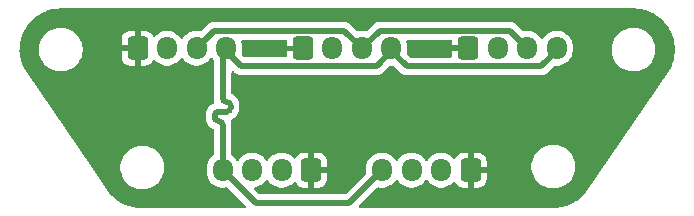
<source format=gbl>
G04 #@! TF.GenerationSoftware,KiCad,Pcbnew,8.0.2*
G04 #@! TF.CreationDate,2024-12-10T14:18:39-07:00*
G04 #@! TF.ProjectId,cansplitterV3,63616e73-706c-4697-9474-657256332e6b,rev?*
G04 #@! TF.SameCoordinates,Original*
G04 #@! TF.FileFunction,Copper,L4,Bot*
G04 #@! TF.FilePolarity,Positive*
%FSLAX46Y46*%
G04 Gerber Fmt 4.6, Leading zero omitted, Abs format (unit mm)*
G04 Created by KiCad (PCBNEW 8.0.2) date 2024-12-10 14:18:39*
%MOMM*%
%LPD*%
G01*
G04 APERTURE LIST*
G04 Aperture macros list*
%AMRoundRect*
0 Rectangle with rounded corners*
0 $1 Rounding radius*
0 $2 $3 $4 $5 $6 $7 $8 $9 X,Y pos of 4 corners*
0 Add a 4 corners polygon primitive as box body*
4,1,4,$2,$3,$4,$5,$6,$7,$8,$9,$2,$3,0*
0 Add four circle primitives for the rounded corners*
1,1,$1+$1,$2,$3*
1,1,$1+$1,$4,$5*
1,1,$1+$1,$6,$7*
1,1,$1+$1,$8,$9*
0 Add four rect primitives between the rounded corners*
20,1,$1+$1,$2,$3,$4,$5,0*
20,1,$1+$1,$4,$5,$6,$7,0*
20,1,$1+$1,$6,$7,$8,$9,0*
20,1,$1+$1,$8,$9,$2,$3,0*%
G04 Aperture macros list end*
G04 #@! TA.AperFunction,ComponentPad*
%ADD10RoundRect,0.250000X-0.600000X-0.725000X0.600000X-0.725000X0.600000X0.725000X-0.600000X0.725000X0*%
G04 #@! TD*
G04 #@! TA.AperFunction,ComponentPad*
%ADD11O,1.700000X1.950000*%
G04 #@! TD*
G04 #@! TA.AperFunction,ComponentPad*
%ADD12RoundRect,0.250000X0.600000X0.725000X-0.600000X0.725000X-0.600000X-0.725000X0.600000X-0.725000X0*%
G04 #@! TD*
G04 #@! TA.AperFunction,Conductor*
%ADD13C,0.500000*%
G04 #@! TD*
G04 APERTURE END LIST*
D10*
X108000000Y-43875000D03*
D11*
X110500000Y-43875000D03*
X113000000Y-43875000D03*
X115500000Y-43875000D03*
D10*
X80000000Y-43875000D03*
D11*
X82500000Y-43875000D03*
X85000000Y-43875000D03*
X87500000Y-43875000D03*
D12*
X108200000Y-54200000D03*
D11*
X105700000Y-54200000D03*
X103200000Y-54200000D03*
X100700000Y-54200000D03*
D10*
X94000000Y-43900000D03*
D11*
X96500000Y-43900000D03*
X99000000Y-43900000D03*
X101500000Y-43900000D03*
D12*
X94700000Y-54200000D03*
D11*
X92200000Y-54200000D03*
X89700000Y-54200000D03*
X87200000Y-54200000D03*
D13*
X111525000Y-42400000D02*
X113000000Y-43875000D01*
X97500000Y-42400000D02*
X99000000Y-43900000D01*
X85000000Y-43875000D02*
X86475000Y-42400000D01*
X99000000Y-43900000D02*
X100500000Y-42400000D01*
X100500000Y-42400000D02*
X111525000Y-42400000D01*
X86475000Y-42400000D02*
X97500000Y-42400000D01*
X100250000Y-45400000D02*
X101500000Y-44150000D01*
X87500000Y-44125000D02*
X88775000Y-45400000D01*
X87200000Y-44175000D02*
X87200000Y-48103473D01*
X86844000Y-50047473D02*
X86876000Y-50047473D01*
X87200000Y-54200000D02*
X90000000Y-57000000D01*
X87880000Y-48751473D02*
X87880000Y-48913473D01*
X87200000Y-50533473D02*
X87200000Y-51500000D01*
X88775000Y-45400000D02*
X100250000Y-45400000D01*
X87524000Y-48427473D02*
X87556000Y-48427473D01*
X87500000Y-43875000D02*
X87200000Y-44175000D01*
X87200000Y-51500000D02*
X87200000Y-54200000D01*
X114200000Y-45425000D02*
X115500000Y-44125000D01*
X87200000Y-50371473D02*
X87200000Y-50533473D01*
X97900000Y-57000000D02*
X100700000Y-54200000D01*
X101500000Y-44150000D02*
X102775000Y-45425000D01*
X90000000Y-57000000D02*
X97900000Y-57000000D01*
X86520000Y-49561473D02*
X86520000Y-49723473D01*
X87524000Y-49237473D02*
X86844000Y-49237473D01*
X102775000Y-45425000D02*
X114200000Y-45425000D01*
X87556000Y-49237473D02*
X87524000Y-49237473D01*
X87880000Y-48913473D02*
G75*
G02*
X87556000Y-49237500I-324000J-27D01*
G01*
X86876000Y-50047473D02*
G75*
G02*
X87200027Y-50371473I0J-324027D01*
G01*
X87556000Y-48427473D02*
G75*
G02*
X87880027Y-48751473I0J-324027D01*
G01*
X86844000Y-49237473D02*
G75*
G03*
X86519973Y-49561473I0J-324027D01*
G01*
X86520000Y-49723473D02*
G75*
G03*
X86844000Y-50047500I324000J-27D01*
G01*
X87200000Y-48103473D02*
G75*
G03*
X87524000Y-48427500I324000J-27D01*
G01*
G04 #@! TA.AperFunction,Conductor*
G36*
X122003141Y-40500659D02*
G01*
X122347087Y-40518068D01*
X122359552Y-40519332D01*
X122696907Y-40570912D01*
X122709186Y-40573431D01*
X122888023Y-40619642D01*
X123039597Y-40658809D01*
X123051552Y-40662551D01*
X123371673Y-40780863D01*
X123383183Y-40785793D01*
X123528866Y-40857096D01*
X123689697Y-40935814D01*
X123700664Y-40941887D01*
X123787341Y-40995784D01*
X123990474Y-41122096D01*
X124000764Y-41129240D01*
X124270893Y-41337790D01*
X124280408Y-41345935D01*
X124528110Y-41580706D01*
X124536748Y-41589766D01*
X124613043Y-41678342D01*
X124759467Y-41848337D01*
X124767157Y-41858236D01*
X124962628Y-42137971D01*
X124969279Y-42148596D01*
X125022458Y-42243946D01*
X125135506Y-42446642D01*
X125141051Y-42457886D01*
X125276329Y-42771183D01*
X125280711Y-42782930D01*
X125383663Y-43108292D01*
X125386836Y-43120420D01*
X125456409Y-43454516D01*
X125458341Y-43466903D01*
X125493823Y-43806318D01*
X125494494Y-43818837D01*
X125495524Y-44160091D01*
X125494928Y-44172614D01*
X125461493Y-44512230D01*
X125459636Y-44524629D01*
X125392078Y-44859139D01*
X125388978Y-44871286D01*
X125287988Y-45197267D01*
X125283681Y-45209032D01*
X125211838Y-45378216D01*
X125150296Y-45523140D01*
X125144818Y-45534418D01*
X124983258Y-45828245D01*
X124976778Y-45838754D01*
X117929811Y-56087930D01*
X117920486Y-56099860D01*
X117705923Y-56342278D01*
X117697295Y-56351101D01*
X117450746Y-56579277D01*
X117441282Y-56587198D01*
X117173293Y-56789721D01*
X117163090Y-56796662D01*
X116876291Y-56971551D01*
X116865448Y-56977444D01*
X116562680Y-57122961D01*
X116551306Y-57127746D01*
X116235586Y-57242445D01*
X116223791Y-57246077D01*
X115898223Y-57328828D01*
X115886127Y-57331269D01*
X115553943Y-57381250D01*
X115541663Y-57382476D01*
X115203065Y-57399346D01*
X115196895Y-57399500D01*
X98861230Y-57399500D01*
X98794191Y-57379815D01*
X98748436Y-57327011D01*
X98738492Y-57257853D01*
X98767517Y-57194297D01*
X98773549Y-57187819D01*
X99106705Y-56854663D01*
X100283284Y-55678082D01*
X100344605Y-55644599D01*
X100390361Y-55643292D01*
X100593713Y-55675500D01*
X100593714Y-55675500D01*
X100806286Y-55675500D01*
X100806287Y-55675500D01*
X101016243Y-55642246D01*
X101218412Y-55576557D01*
X101407816Y-55480051D01*
X101460283Y-55441932D01*
X101579786Y-55355109D01*
X101579788Y-55355106D01*
X101579792Y-55355104D01*
X101730104Y-55204792D01*
X101849683Y-55040204D01*
X101905011Y-54997540D01*
X101974624Y-54991561D01*
X102036420Y-55024166D01*
X102050313Y-55040199D01*
X102153661Y-55182446D01*
X102169896Y-55204792D01*
X102320213Y-55355109D01*
X102492179Y-55480048D01*
X102492181Y-55480049D01*
X102492184Y-55480051D01*
X102681588Y-55576557D01*
X102883757Y-55642246D01*
X103093713Y-55675500D01*
X103093714Y-55675500D01*
X103306286Y-55675500D01*
X103306287Y-55675500D01*
X103516243Y-55642246D01*
X103718412Y-55576557D01*
X103907816Y-55480051D01*
X103960283Y-55441932D01*
X104079786Y-55355109D01*
X104079788Y-55355106D01*
X104079792Y-55355104D01*
X104230104Y-55204792D01*
X104349683Y-55040204D01*
X104405011Y-54997540D01*
X104474624Y-54991561D01*
X104536420Y-55024166D01*
X104550313Y-55040199D01*
X104653661Y-55182446D01*
X104669896Y-55204792D01*
X104820213Y-55355109D01*
X104992179Y-55480048D01*
X104992181Y-55480049D01*
X104992184Y-55480051D01*
X105181588Y-55576557D01*
X105383757Y-55642246D01*
X105593713Y-55675500D01*
X105593714Y-55675500D01*
X105806286Y-55675500D01*
X105806287Y-55675500D01*
X106016243Y-55642246D01*
X106218412Y-55576557D01*
X106407816Y-55480051D01*
X106465141Y-55438402D01*
X106579784Y-55355110D01*
X106579784Y-55355109D01*
X106579792Y-55355104D01*
X106718967Y-55215928D01*
X106780286Y-55182446D01*
X106849978Y-55187430D01*
X106905912Y-55229301D01*
X106912184Y-55238515D01*
X107007684Y-55393345D01*
X107131654Y-55517315D01*
X107280875Y-55609356D01*
X107280880Y-55609358D01*
X107447302Y-55664505D01*
X107447309Y-55664506D01*
X107550019Y-55674999D01*
X107949999Y-55674999D01*
X107950000Y-55674998D01*
X107950000Y-54604145D01*
X108016657Y-54642630D01*
X108137465Y-54675000D01*
X108262535Y-54675000D01*
X108383343Y-54642630D01*
X108450000Y-54604145D01*
X108450000Y-55674999D01*
X108849972Y-55674999D01*
X108849986Y-55674998D01*
X108952697Y-55664505D01*
X109119119Y-55609358D01*
X109119124Y-55609356D01*
X109268345Y-55517315D01*
X109392315Y-55393345D01*
X109484356Y-55244124D01*
X109484358Y-55244119D01*
X109539505Y-55077697D01*
X109539506Y-55077690D01*
X109549999Y-54974986D01*
X109550000Y-54974973D01*
X109550000Y-54450000D01*
X108604146Y-54450000D01*
X108642630Y-54383343D01*
X108675000Y-54262535D01*
X108675000Y-54137465D01*
X108642630Y-54016657D01*
X108604146Y-53950000D01*
X109549999Y-53950000D01*
X109549999Y-53778711D01*
X113349500Y-53778711D01*
X113349500Y-54021288D01*
X113381161Y-54261785D01*
X113443947Y-54496104D01*
X113536773Y-54720205D01*
X113536776Y-54720212D01*
X113658064Y-54930289D01*
X113658066Y-54930292D01*
X113658067Y-54930293D01*
X113805733Y-55122736D01*
X113805739Y-55122743D01*
X113977256Y-55294260D01*
X113977262Y-55294265D01*
X114169711Y-55441936D01*
X114379788Y-55563224D01*
X114603900Y-55656054D01*
X114838211Y-55718838D01*
X115018586Y-55742584D01*
X115078711Y-55750500D01*
X115078712Y-55750500D01*
X115321289Y-55750500D01*
X115369388Y-55744167D01*
X115561789Y-55718838D01*
X115796100Y-55656054D01*
X116020212Y-55563224D01*
X116230289Y-55441936D01*
X116422738Y-55294265D01*
X116594265Y-55122738D01*
X116741936Y-54930289D01*
X116863224Y-54720212D01*
X116956054Y-54496100D01*
X117018838Y-54261789D01*
X117050500Y-54021288D01*
X117050500Y-53778712D01*
X117018838Y-53538211D01*
X116956054Y-53303900D01*
X116863224Y-53079788D01*
X116741936Y-52869711D01*
X116594265Y-52677262D01*
X116594260Y-52677256D01*
X116422743Y-52505739D01*
X116422736Y-52505733D01*
X116230293Y-52358067D01*
X116230292Y-52358066D01*
X116230289Y-52358064D01*
X116020212Y-52236776D01*
X115977169Y-52218947D01*
X115796104Y-52143947D01*
X115561785Y-52081161D01*
X115321289Y-52049500D01*
X115321288Y-52049500D01*
X115078712Y-52049500D01*
X115078711Y-52049500D01*
X114838214Y-52081161D01*
X114603895Y-52143947D01*
X114379794Y-52236773D01*
X114379785Y-52236777D01*
X114169706Y-52358067D01*
X113977263Y-52505733D01*
X113977256Y-52505739D01*
X113805739Y-52677256D01*
X113805733Y-52677263D01*
X113658067Y-52869706D01*
X113536777Y-53079785D01*
X113536773Y-53079794D01*
X113443947Y-53303895D01*
X113381161Y-53538214D01*
X113349500Y-53778711D01*
X109549999Y-53778711D01*
X109549999Y-53425028D01*
X109549998Y-53425013D01*
X109539505Y-53322302D01*
X109484358Y-53155880D01*
X109484356Y-53155875D01*
X109392315Y-53006654D01*
X109268345Y-52882684D01*
X109119124Y-52790643D01*
X109119119Y-52790641D01*
X108952697Y-52735494D01*
X108952690Y-52735493D01*
X108849986Y-52725000D01*
X108450000Y-52725000D01*
X108450000Y-53795854D01*
X108383343Y-53757370D01*
X108262535Y-53725000D01*
X108137465Y-53725000D01*
X108016657Y-53757370D01*
X107950000Y-53795854D01*
X107950000Y-52725000D01*
X107550028Y-52725000D01*
X107550012Y-52725001D01*
X107447302Y-52735494D01*
X107280880Y-52790641D01*
X107280875Y-52790643D01*
X107131654Y-52882684D01*
X107007683Y-53006655D01*
X107007680Y-53006659D01*
X106912183Y-53161484D01*
X106860235Y-53208209D01*
X106791273Y-53219430D01*
X106727191Y-53191587D01*
X106718964Y-53184068D01*
X106579786Y-53044890D01*
X106407820Y-52919951D01*
X106218414Y-52823444D01*
X106218413Y-52823443D01*
X106218412Y-52823443D01*
X106016243Y-52757754D01*
X106016241Y-52757753D01*
X106016240Y-52757753D01*
X105854957Y-52732208D01*
X105806287Y-52724500D01*
X105593713Y-52724500D01*
X105545042Y-52732208D01*
X105383760Y-52757753D01*
X105181585Y-52823444D01*
X104992179Y-52919951D01*
X104820213Y-53044890D01*
X104669894Y-53195209D01*
X104669890Y-53195214D01*
X104550318Y-53359793D01*
X104494989Y-53402459D01*
X104425375Y-53408438D01*
X104363580Y-53375833D01*
X104349682Y-53359793D01*
X104230109Y-53195214D01*
X104230105Y-53195209D01*
X104079786Y-53044890D01*
X103907820Y-52919951D01*
X103718414Y-52823444D01*
X103718413Y-52823443D01*
X103718412Y-52823443D01*
X103516243Y-52757754D01*
X103516241Y-52757753D01*
X103516240Y-52757753D01*
X103354957Y-52732208D01*
X103306287Y-52724500D01*
X103093713Y-52724500D01*
X103045042Y-52732208D01*
X102883760Y-52757753D01*
X102681585Y-52823444D01*
X102492179Y-52919951D01*
X102320213Y-53044890D01*
X102169894Y-53195209D01*
X102169890Y-53195214D01*
X102050318Y-53359793D01*
X101994989Y-53402459D01*
X101925375Y-53408438D01*
X101863580Y-53375833D01*
X101849682Y-53359793D01*
X101730109Y-53195214D01*
X101730105Y-53195209D01*
X101579786Y-53044890D01*
X101407820Y-52919951D01*
X101218414Y-52823444D01*
X101218413Y-52823443D01*
X101218412Y-52823443D01*
X101016243Y-52757754D01*
X101016241Y-52757753D01*
X101016240Y-52757753D01*
X100854957Y-52732208D01*
X100806287Y-52724500D01*
X100593713Y-52724500D01*
X100545042Y-52732208D01*
X100383760Y-52757753D01*
X100181585Y-52823444D01*
X99992179Y-52919951D01*
X99820213Y-53044890D01*
X99669890Y-53195213D01*
X99544951Y-53367179D01*
X99448444Y-53556585D01*
X99382753Y-53758760D01*
X99349500Y-53968713D01*
X99349500Y-54436159D01*
X99347512Y-54436159D01*
X99334854Y-54496330D01*
X99313298Y-54525332D01*
X97625451Y-56213181D01*
X97564128Y-56246666D01*
X97537770Y-56249500D01*
X90362230Y-56249500D01*
X90295191Y-56229815D01*
X90274549Y-56213181D01*
X89918443Y-55857075D01*
X89884958Y-55795752D01*
X89889942Y-55726060D01*
X89931814Y-55670127D01*
X89986727Y-55646921D01*
X90016238Y-55642247D01*
X90016238Y-55642246D01*
X90016243Y-55642246D01*
X90218412Y-55576557D01*
X90407816Y-55480051D01*
X90460283Y-55441932D01*
X90579786Y-55355109D01*
X90579788Y-55355106D01*
X90579792Y-55355104D01*
X90730104Y-55204792D01*
X90849683Y-55040204D01*
X90905011Y-54997540D01*
X90974624Y-54991561D01*
X91036420Y-55024166D01*
X91050313Y-55040199D01*
X91153661Y-55182446D01*
X91169896Y-55204792D01*
X91320213Y-55355109D01*
X91492179Y-55480048D01*
X91492181Y-55480049D01*
X91492184Y-55480051D01*
X91681588Y-55576557D01*
X91883757Y-55642246D01*
X92093713Y-55675500D01*
X92093714Y-55675500D01*
X92306286Y-55675500D01*
X92306287Y-55675500D01*
X92516243Y-55642246D01*
X92718412Y-55576557D01*
X92907816Y-55480051D01*
X92965141Y-55438402D01*
X93079784Y-55355110D01*
X93079784Y-55355109D01*
X93079792Y-55355104D01*
X93218967Y-55215928D01*
X93280286Y-55182446D01*
X93349978Y-55187430D01*
X93405912Y-55229301D01*
X93412184Y-55238515D01*
X93507684Y-55393345D01*
X93631654Y-55517315D01*
X93780875Y-55609356D01*
X93780880Y-55609358D01*
X93947302Y-55664505D01*
X93947309Y-55664506D01*
X94050019Y-55674999D01*
X94449999Y-55674999D01*
X94450000Y-55674998D01*
X94450000Y-54604145D01*
X94516657Y-54642630D01*
X94637465Y-54675000D01*
X94762535Y-54675000D01*
X94883343Y-54642630D01*
X94950000Y-54604145D01*
X94950000Y-55674999D01*
X95349972Y-55674999D01*
X95349986Y-55674998D01*
X95452697Y-55664505D01*
X95619119Y-55609358D01*
X95619124Y-55609356D01*
X95768345Y-55517315D01*
X95892315Y-55393345D01*
X95984356Y-55244124D01*
X95984358Y-55244119D01*
X96039505Y-55077697D01*
X96039506Y-55077690D01*
X96049999Y-54974986D01*
X96050000Y-54974973D01*
X96050000Y-54450000D01*
X95104146Y-54450000D01*
X95142630Y-54383343D01*
X95175000Y-54262535D01*
X95175000Y-54137465D01*
X95142630Y-54016657D01*
X95104146Y-53950000D01*
X96049999Y-53950000D01*
X96049999Y-53425028D01*
X96049998Y-53425013D01*
X96039505Y-53322302D01*
X95984358Y-53155880D01*
X95984356Y-53155875D01*
X95892315Y-53006654D01*
X95768345Y-52882684D01*
X95619124Y-52790643D01*
X95619119Y-52790641D01*
X95452697Y-52735494D01*
X95452690Y-52735493D01*
X95349986Y-52725000D01*
X94950000Y-52725000D01*
X94950000Y-53795854D01*
X94883343Y-53757370D01*
X94762535Y-53725000D01*
X94637465Y-53725000D01*
X94516657Y-53757370D01*
X94450000Y-53795854D01*
X94450000Y-52725000D01*
X94050028Y-52725000D01*
X94050012Y-52725001D01*
X93947302Y-52735494D01*
X93780880Y-52790641D01*
X93780875Y-52790643D01*
X93631654Y-52882684D01*
X93507683Y-53006655D01*
X93507680Y-53006659D01*
X93412183Y-53161484D01*
X93360235Y-53208209D01*
X93291273Y-53219430D01*
X93227191Y-53191587D01*
X93218964Y-53184068D01*
X93079786Y-53044890D01*
X92907820Y-52919951D01*
X92718414Y-52823444D01*
X92718413Y-52823443D01*
X92718412Y-52823443D01*
X92516243Y-52757754D01*
X92516241Y-52757753D01*
X92516240Y-52757753D01*
X92354957Y-52732208D01*
X92306287Y-52724500D01*
X92093713Y-52724500D01*
X92045042Y-52732208D01*
X91883760Y-52757753D01*
X91681585Y-52823444D01*
X91492179Y-52919951D01*
X91320213Y-53044890D01*
X91169894Y-53195209D01*
X91169890Y-53195214D01*
X91050318Y-53359793D01*
X90994989Y-53402459D01*
X90925375Y-53408438D01*
X90863580Y-53375833D01*
X90849682Y-53359793D01*
X90730109Y-53195214D01*
X90730105Y-53195209D01*
X90579786Y-53044890D01*
X90407820Y-52919951D01*
X90218414Y-52823444D01*
X90218413Y-52823443D01*
X90218412Y-52823443D01*
X90016243Y-52757754D01*
X90016241Y-52757753D01*
X90016240Y-52757753D01*
X89854957Y-52732208D01*
X89806287Y-52724500D01*
X89593713Y-52724500D01*
X89545042Y-52732208D01*
X89383760Y-52757753D01*
X89181585Y-52823444D01*
X88992179Y-52919951D01*
X88820213Y-53044890D01*
X88669894Y-53195209D01*
X88669890Y-53195214D01*
X88550318Y-53359793D01*
X88494989Y-53402459D01*
X88425375Y-53408438D01*
X88363580Y-53375833D01*
X88349682Y-53359793D01*
X88230109Y-53195214D01*
X88230105Y-53195209D01*
X88079794Y-53044898D01*
X88079788Y-53044893D01*
X88001615Y-52988097D01*
X87958949Y-52932767D01*
X87950500Y-52887779D01*
X87950500Y-50457039D01*
X87950507Y-50456890D01*
X87950506Y-50450293D01*
X87950507Y-50450291D01*
X87950504Y-50422805D01*
X87950530Y-50422715D01*
X87950526Y-50371410D01*
X87950527Y-50371410D01*
X87950520Y-50277406D01*
X87917859Y-50092257D01*
X87906594Y-50061315D01*
X87902159Y-49991590D01*
X87936124Y-49930532D01*
X87980701Y-49902378D01*
X88011860Y-49891037D01*
X88174690Y-49797021D01*
X88318720Y-49676156D01*
X88439572Y-49532117D01*
X88533575Y-49369279D01*
X88597871Y-49192591D01*
X88630507Y-49007422D01*
X88630500Y-48913410D01*
X88630500Y-48837039D01*
X88630507Y-48836890D01*
X88630506Y-48830293D01*
X88630507Y-48830291D01*
X88630504Y-48802805D01*
X88630530Y-48802715D01*
X88630526Y-48751410D01*
X88630527Y-48751410D01*
X88630520Y-48657406D01*
X88597859Y-48472257D01*
X88533545Y-48295592D01*
X88439532Y-48132777D01*
X88318676Y-47988760D01*
X88318669Y-47988754D01*
X88174653Y-47867918D01*
X88012503Y-47774307D01*
X87964286Y-47723741D01*
X87950500Y-47666918D01*
X87950500Y-45936229D01*
X87970185Y-45869190D01*
X88022989Y-45823435D01*
X88092147Y-45813491D01*
X88155703Y-45842516D01*
X88162181Y-45848548D01*
X88192049Y-45878416D01*
X88249862Y-45936229D01*
X88296585Y-45982952D01*
X88419498Y-46065080D01*
X88419511Y-46065087D01*
X88556082Y-46121656D01*
X88556087Y-46121658D01*
X88556091Y-46121658D01*
X88556092Y-46121659D01*
X88701079Y-46150500D01*
X88701082Y-46150500D01*
X100323920Y-46150500D01*
X100421462Y-46131096D01*
X100468913Y-46121658D01*
X100605495Y-46065084D01*
X100671096Y-46021251D01*
X100728416Y-45982952D01*
X101299667Y-45411699D01*
X101360988Y-45378216D01*
X101388840Y-45376327D01*
X101388840Y-45375500D01*
X101611160Y-45375500D01*
X101611160Y-45377502D01*
X101671265Y-45390109D01*
X101700334Y-45411701D01*
X102192049Y-45903416D01*
X102271583Y-45982950D01*
X102296585Y-46007952D01*
X102419498Y-46090080D01*
X102419511Y-46090087D01*
X102556082Y-46146656D01*
X102556087Y-46146658D01*
X102556091Y-46146658D01*
X102556092Y-46146659D01*
X102701079Y-46175500D01*
X102701082Y-46175500D01*
X114273920Y-46175500D01*
X114399598Y-46150500D01*
X114418913Y-46146658D01*
X114555495Y-46090084D01*
X114604729Y-46057186D01*
X114678416Y-46007952D01*
X115299666Y-45386699D01*
X115360987Y-45353216D01*
X115388841Y-45351326D01*
X115388841Y-45350500D01*
X115606286Y-45350500D01*
X115606287Y-45350500D01*
X115816243Y-45317246D01*
X116018412Y-45251557D01*
X116207816Y-45155051D01*
X116229789Y-45139086D01*
X116379786Y-45030109D01*
X116379788Y-45030106D01*
X116379792Y-45030104D01*
X116530104Y-44879792D01*
X116530106Y-44879788D01*
X116530109Y-44879786D01*
X116655048Y-44707820D01*
X116655047Y-44707820D01*
X116655051Y-44707816D01*
X116751557Y-44518412D01*
X116817246Y-44316243D01*
X116850500Y-44106287D01*
X116850500Y-43878711D01*
X120149500Y-43878711D01*
X120149500Y-44121288D01*
X120181161Y-44361785D01*
X120243947Y-44596104D01*
X120293281Y-44715206D01*
X120336776Y-44820212D01*
X120458064Y-45030289D01*
X120458066Y-45030292D01*
X120458067Y-45030293D01*
X120605733Y-45222736D01*
X120605739Y-45222743D01*
X120777256Y-45394260D01*
X120777262Y-45394265D01*
X120969711Y-45541936D01*
X121179788Y-45663224D01*
X121403900Y-45756054D01*
X121638211Y-45818838D01*
X121789468Y-45838751D01*
X121878711Y-45850500D01*
X121878712Y-45850500D01*
X122121289Y-45850500D01*
X122169388Y-45844167D01*
X122361789Y-45818838D01*
X122596100Y-45756054D01*
X122820212Y-45663224D01*
X123030289Y-45541936D01*
X123222738Y-45394265D01*
X123394265Y-45222738D01*
X123541936Y-45030289D01*
X123663224Y-44820212D01*
X123756054Y-44596100D01*
X123818838Y-44361789D01*
X123850500Y-44121288D01*
X123850500Y-43878712D01*
X123818838Y-43638211D01*
X123756054Y-43403900D01*
X123663224Y-43179788D01*
X123541936Y-42969711D01*
X123439708Y-42836484D01*
X123394266Y-42777263D01*
X123394260Y-42777256D01*
X123222743Y-42605739D01*
X123222736Y-42605733D01*
X123030293Y-42458067D01*
X123030292Y-42458066D01*
X123030289Y-42458064D01*
X122820212Y-42336776D01*
X122820205Y-42336773D01*
X122596104Y-42243947D01*
X122361785Y-42181161D01*
X122121289Y-42149500D01*
X122121288Y-42149500D01*
X121878712Y-42149500D01*
X121878711Y-42149500D01*
X121638214Y-42181161D01*
X121403895Y-42243947D01*
X121179794Y-42336773D01*
X121179785Y-42336777D01*
X121017626Y-42430400D01*
X120970013Y-42457890D01*
X120969706Y-42458067D01*
X120777263Y-42605733D01*
X120777256Y-42605739D01*
X120605739Y-42777256D01*
X120605733Y-42777263D01*
X120458067Y-42969706D01*
X120336777Y-43179785D01*
X120336773Y-43179794D01*
X120243947Y-43403895D01*
X120181161Y-43638214D01*
X120149500Y-43878711D01*
X116850500Y-43878711D01*
X116850500Y-43643713D01*
X116817246Y-43433757D01*
X116751557Y-43231588D01*
X116655051Y-43042184D01*
X116655049Y-43042181D01*
X116655048Y-43042179D01*
X116530109Y-42870213D01*
X116379786Y-42719890D01*
X116207820Y-42594951D01*
X116018414Y-42498444D01*
X116018413Y-42498443D01*
X116018412Y-42498443D01*
X115816243Y-42432754D01*
X115816241Y-42432753D01*
X115816240Y-42432753D01*
X115654957Y-42407208D01*
X115606287Y-42399500D01*
X115393713Y-42399500D01*
X115345042Y-42407208D01*
X115183760Y-42432753D01*
X114981585Y-42498444D01*
X114792179Y-42594951D01*
X114620213Y-42719890D01*
X114469894Y-42870209D01*
X114469890Y-42870214D01*
X114350318Y-43034793D01*
X114294989Y-43077459D01*
X114225375Y-43083438D01*
X114163580Y-43050833D01*
X114149682Y-43034793D01*
X114030109Y-42870214D01*
X114030105Y-42870209D01*
X113879786Y-42719890D01*
X113707820Y-42594951D01*
X113518414Y-42498444D01*
X113518413Y-42498443D01*
X113518412Y-42498443D01*
X113316243Y-42432754D01*
X113316241Y-42432753D01*
X113316240Y-42432753D01*
X113154957Y-42407208D01*
X113106287Y-42399500D01*
X112893713Y-42399500D01*
X112690361Y-42431707D01*
X112621068Y-42422752D01*
X112583283Y-42396915D01*
X112003421Y-41817052D01*
X112003414Y-41817046D01*
X111929729Y-41767812D01*
X111929729Y-41767813D01*
X111880491Y-41734913D01*
X111743917Y-41678343D01*
X111743907Y-41678340D01*
X111598920Y-41649500D01*
X111598918Y-41649500D01*
X100573917Y-41649500D01*
X100426082Y-41649500D01*
X100426080Y-41649500D01*
X100281092Y-41678340D01*
X100281082Y-41678343D01*
X100144511Y-41734912D01*
X100144498Y-41734919D01*
X100021584Y-41817048D01*
X100021580Y-41817051D01*
X99416716Y-42421915D01*
X99355393Y-42455400D01*
X99309637Y-42456707D01*
X99143538Y-42430400D01*
X99106287Y-42424500D01*
X98893713Y-42424500D01*
X98690360Y-42456707D01*
X98621067Y-42447752D01*
X98583282Y-42421915D01*
X97978421Y-41817052D01*
X97978414Y-41817046D01*
X97904729Y-41767812D01*
X97904729Y-41767813D01*
X97855491Y-41734913D01*
X97718917Y-41678343D01*
X97718907Y-41678340D01*
X97573920Y-41649500D01*
X97573918Y-41649500D01*
X86401082Y-41649500D01*
X86401080Y-41649500D01*
X86256092Y-41678340D01*
X86256086Y-41678342D01*
X86119508Y-41734914D01*
X86119496Y-41734921D01*
X86070270Y-41767811D01*
X86070271Y-41767812D01*
X85996581Y-41817049D01*
X85416715Y-42396915D01*
X85355392Y-42430400D01*
X85309636Y-42431707D01*
X85151974Y-42406736D01*
X85106287Y-42399500D01*
X84893713Y-42399500D01*
X84845042Y-42407208D01*
X84683760Y-42432753D01*
X84481585Y-42498444D01*
X84292179Y-42594951D01*
X84120213Y-42719890D01*
X83969894Y-42870209D01*
X83969890Y-42870214D01*
X83850318Y-43034793D01*
X83794989Y-43077459D01*
X83725375Y-43083438D01*
X83663580Y-43050833D01*
X83649682Y-43034793D01*
X83530109Y-42870214D01*
X83530105Y-42870209D01*
X83379786Y-42719890D01*
X83207820Y-42594951D01*
X83018414Y-42498444D01*
X83018413Y-42498443D01*
X83018412Y-42498443D01*
X82816243Y-42432754D01*
X82816241Y-42432753D01*
X82816240Y-42432753D01*
X82654957Y-42407208D01*
X82606287Y-42399500D01*
X82393713Y-42399500D01*
X82345042Y-42407208D01*
X82183760Y-42432753D01*
X81981585Y-42498444D01*
X81792179Y-42594951D01*
X81620215Y-42719889D01*
X81481035Y-42859069D01*
X81419712Y-42892553D01*
X81350020Y-42887569D01*
X81294087Y-42845697D01*
X81287815Y-42836484D01*
X81192315Y-42681654D01*
X81068345Y-42557684D01*
X80919124Y-42465643D01*
X80919119Y-42465641D01*
X80752697Y-42410494D01*
X80752690Y-42410493D01*
X80649986Y-42400000D01*
X80250000Y-42400000D01*
X80250000Y-43470854D01*
X80183343Y-43432370D01*
X80062535Y-43400000D01*
X79937465Y-43400000D01*
X79816657Y-43432370D01*
X79750000Y-43470854D01*
X79750000Y-42400000D01*
X79350028Y-42400000D01*
X79350012Y-42400001D01*
X79247302Y-42410494D01*
X79080880Y-42465641D01*
X79080875Y-42465643D01*
X78931654Y-42557684D01*
X78807684Y-42681654D01*
X78715643Y-42830875D01*
X78715641Y-42830880D01*
X78660494Y-42997302D01*
X78660493Y-42997309D01*
X78650000Y-43100013D01*
X78650000Y-43625000D01*
X79595854Y-43625000D01*
X79557370Y-43691657D01*
X79525000Y-43812465D01*
X79525000Y-43937535D01*
X79557370Y-44058343D01*
X79595854Y-44125000D01*
X78650001Y-44125000D01*
X78650001Y-44649986D01*
X78660494Y-44752697D01*
X78715641Y-44919119D01*
X78715643Y-44919124D01*
X78807684Y-45068345D01*
X78931654Y-45192315D01*
X79080875Y-45284356D01*
X79080880Y-45284358D01*
X79247302Y-45339505D01*
X79247309Y-45339506D01*
X79350019Y-45349999D01*
X79749999Y-45349999D01*
X79750000Y-45349998D01*
X79750000Y-44279145D01*
X79816657Y-44317630D01*
X79937465Y-44350000D01*
X80062535Y-44350000D01*
X80183343Y-44317630D01*
X80250000Y-44279145D01*
X80250000Y-45349999D01*
X80649972Y-45349999D01*
X80649986Y-45349998D01*
X80752697Y-45339505D01*
X80919119Y-45284358D01*
X80919124Y-45284356D01*
X81068345Y-45192315D01*
X81192317Y-45068343D01*
X81287815Y-44913516D01*
X81339763Y-44866791D01*
X81408725Y-44855568D01*
X81472808Y-44883412D01*
X81481035Y-44890931D01*
X81620213Y-45030109D01*
X81792179Y-45155048D01*
X81792181Y-45155049D01*
X81792184Y-45155051D01*
X81981588Y-45251557D01*
X82183757Y-45317246D01*
X82393713Y-45350500D01*
X82393714Y-45350500D01*
X82606286Y-45350500D01*
X82606287Y-45350500D01*
X82816243Y-45317246D01*
X83018412Y-45251557D01*
X83207816Y-45155051D01*
X83229789Y-45139086D01*
X83379786Y-45030109D01*
X83379788Y-45030106D01*
X83379792Y-45030104D01*
X83530104Y-44879792D01*
X83649683Y-44715204D01*
X83705011Y-44672540D01*
X83774624Y-44666561D01*
X83836420Y-44699166D01*
X83850313Y-44715199D01*
X83959362Y-44865293D01*
X83969896Y-44879792D01*
X84120213Y-45030109D01*
X84292179Y-45155048D01*
X84292181Y-45155049D01*
X84292184Y-45155051D01*
X84481588Y-45251557D01*
X84683757Y-45317246D01*
X84893713Y-45350500D01*
X84893714Y-45350500D01*
X85106286Y-45350500D01*
X85106287Y-45350500D01*
X85316243Y-45317246D01*
X85518412Y-45251557D01*
X85707816Y-45155051D01*
X85729789Y-45139086D01*
X85879786Y-45030109D01*
X85879788Y-45030106D01*
X85879792Y-45030104D01*
X86030104Y-44879792D01*
X86149683Y-44715204D01*
X86205011Y-44672540D01*
X86274624Y-44666561D01*
X86336420Y-44699166D01*
X86350318Y-44715206D01*
X86425818Y-44819123D01*
X86449298Y-44884929D01*
X86449500Y-44892008D01*
X86449500Y-48183133D01*
X86449520Y-48183564D01*
X86449520Y-48197420D01*
X86482155Y-48382583D01*
X86482155Y-48382585D01*
X86493468Y-48413673D01*
X86497894Y-48483402D01*
X86463919Y-48544455D01*
X86419355Y-48572596D01*
X86388184Y-48583941D01*
X86225367Y-48677938D01*
X86225363Y-48677941D01*
X86081350Y-48798774D01*
X86081340Y-48798783D01*
X85960493Y-48942790D01*
X85960492Y-48942792D01*
X85866483Y-49105595D01*
X85866478Y-49105606D01*
X85802170Y-49282257D01*
X85802168Y-49282264D01*
X85769508Y-49467407D01*
X85769508Y-49467412D01*
X85769506Y-49481752D01*
X85769500Y-49481896D01*
X85769500Y-49561422D01*
X85769492Y-49646890D01*
X85769500Y-49647039D01*
X85769500Y-49803133D01*
X85769520Y-49803564D01*
X85769520Y-49817420D01*
X85802155Y-50002584D01*
X85823529Y-50061319D01*
X85866449Y-50179266D01*
X85960451Y-50342103D01*
X85960452Y-50342104D01*
X86081294Y-50486132D01*
X86081297Y-50486134D01*
X86081299Y-50486137D01*
X86225325Y-50606999D01*
X86387504Y-50700638D01*
X86435717Y-50751206D01*
X86449500Y-50808023D01*
X86449500Y-52887779D01*
X86429815Y-52954818D01*
X86398385Y-52988097D01*
X86320211Y-53044893D01*
X86320205Y-53044898D01*
X86169890Y-53195213D01*
X86044951Y-53367179D01*
X85948444Y-53556585D01*
X85882753Y-53758760D01*
X85867714Y-53853712D01*
X85849500Y-53968713D01*
X85849500Y-54431287D01*
X85882754Y-54641243D01*
X85932782Y-54795214D01*
X85948444Y-54843414D01*
X86044951Y-55032820D01*
X86169890Y-55204786D01*
X86320213Y-55355109D01*
X86492179Y-55480048D01*
X86492181Y-55480049D01*
X86492184Y-55480051D01*
X86681588Y-55576557D01*
X86883757Y-55642246D01*
X87093713Y-55675500D01*
X87093714Y-55675500D01*
X87306286Y-55675500D01*
X87306287Y-55675500D01*
X87509638Y-55643292D01*
X87578930Y-55652246D01*
X87616716Y-55678084D01*
X89126451Y-57187819D01*
X89159936Y-57249142D01*
X89154952Y-57318834D01*
X89113080Y-57374767D01*
X89047616Y-57399184D01*
X89038770Y-57399500D01*
X80303079Y-57399500D01*
X80296909Y-57399346D01*
X79958336Y-57382477D01*
X79946056Y-57381251D01*
X79613871Y-57331270D01*
X79601775Y-57328829D01*
X79276208Y-57246078D01*
X79264413Y-57242446D01*
X78948692Y-57127747D01*
X78937318Y-57122962D01*
X78634551Y-56977445D01*
X78623708Y-56971552D01*
X78336915Y-56796667D01*
X78326711Y-56789726D01*
X78058712Y-56587194D01*
X78049249Y-56579273D01*
X77802704Y-56351101D01*
X77794076Y-56342279D01*
X77794075Y-56342278D01*
X77579502Y-56099850D01*
X77570186Y-56087930D01*
X77411458Y-55857075D01*
X76034017Y-53853711D01*
X78549500Y-53853711D01*
X78549500Y-54096288D01*
X78581161Y-54336785D01*
X78643947Y-54571104D01*
X78705707Y-54720205D01*
X78736776Y-54795212D01*
X78858064Y-55005289D01*
X78858066Y-55005292D01*
X78858067Y-55005293D01*
X79005733Y-55197736D01*
X79005739Y-55197743D01*
X79177256Y-55369260D01*
X79177262Y-55369265D01*
X79369711Y-55516936D01*
X79579788Y-55638224D01*
X79803900Y-55731054D01*
X80038211Y-55793838D01*
X80218586Y-55817584D01*
X80278711Y-55825500D01*
X80278712Y-55825500D01*
X80521289Y-55825500D01*
X80569388Y-55819167D01*
X80761789Y-55793838D01*
X80996100Y-55731054D01*
X81220212Y-55638224D01*
X81430289Y-55516936D01*
X81622738Y-55369265D01*
X81794265Y-55197738D01*
X81941936Y-55005289D01*
X82063224Y-54795212D01*
X82156054Y-54571100D01*
X82218838Y-54336789D01*
X82250500Y-54096288D01*
X82250500Y-53853712D01*
X82218838Y-53613211D01*
X82156054Y-53378900D01*
X82063224Y-53154788D01*
X81941936Y-52944711D01*
X81798479Y-52757754D01*
X81794266Y-52752263D01*
X81794260Y-52752256D01*
X81622743Y-52580739D01*
X81622736Y-52580733D01*
X81430293Y-52433067D01*
X81430292Y-52433066D01*
X81430289Y-52433064D01*
X81220212Y-52311776D01*
X81220205Y-52311773D01*
X80996104Y-52218947D01*
X80761785Y-52156161D01*
X80521289Y-52124500D01*
X80521288Y-52124500D01*
X80278712Y-52124500D01*
X80278711Y-52124500D01*
X80038214Y-52156161D01*
X79803895Y-52218947D01*
X79579794Y-52311773D01*
X79579785Y-52311777D01*
X79369706Y-52433067D01*
X79177263Y-52580733D01*
X79177256Y-52580739D01*
X79005739Y-52752256D01*
X79005733Y-52752263D01*
X78858067Y-52944706D01*
X78736777Y-53154785D01*
X78736773Y-53154794D01*
X78643947Y-53378895D01*
X78581161Y-53613214D01*
X78549500Y-53853711D01*
X76034017Y-53853711D01*
X70523213Y-45838745D01*
X70516749Y-45828262D01*
X70355183Y-45534417D01*
X70349713Y-45523154D01*
X70291769Y-45386701D01*
X70216319Y-45209023D01*
X70212015Y-45197267D01*
X70111024Y-44871283D01*
X70107926Y-44859140D01*
X70107205Y-44855568D01*
X70040367Y-44524617D01*
X70038514Y-44512245D01*
X70005077Y-44172598D01*
X70004482Y-44160110D01*
X70005332Y-43878711D01*
X71649500Y-43878711D01*
X71649500Y-44121288D01*
X71681161Y-44361785D01*
X71743947Y-44596104D01*
X71793281Y-44715206D01*
X71836776Y-44820212D01*
X71958064Y-45030289D01*
X71958066Y-45030292D01*
X71958067Y-45030293D01*
X72105733Y-45222736D01*
X72105739Y-45222743D01*
X72277256Y-45394260D01*
X72277262Y-45394265D01*
X72469711Y-45541936D01*
X72679788Y-45663224D01*
X72903900Y-45756054D01*
X73138211Y-45818838D01*
X73289468Y-45838751D01*
X73378711Y-45850500D01*
X73378712Y-45850500D01*
X73621289Y-45850500D01*
X73669388Y-45844167D01*
X73861789Y-45818838D01*
X74096100Y-45756054D01*
X74320212Y-45663224D01*
X74530289Y-45541936D01*
X74722738Y-45394265D01*
X74894265Y-45222738D01*
X75041936Y-45030289D01*
X75163224Y-44820212D01*
X75256054Y-44596100D01*
X75318838Y-44361789D01*
X75350500Y-44121288D01*
X75350500Y-43878712D01*
X75318838Y-43638211D01*
X75256054Y-43403900D01*
X75163224Y-43179788D01*
X75041936Y-42969711D01*
X74939708Y-42836484D01*
X74894266Y-42777263D01*
X74894260Y-42777256D01*
X74722743Y-42605739D01*
X74722736Y-42605733D01*
X74530293Y-42458067D01*
X74530292Y-42458066D01*
X74530289Y-42458064D01*
X74320212Y-42336776D01*
X74320205Y-42336773D01*
X74096104Y-42243947D01*
X73861785Y-42181161D01*
X73621289Y-42149500D01*
X73621288Y-42149500D01*
X73378712Y-42149500D01*
X73378711Y-42149500D01*
X73138214Y-42181161D01*
X72903895Y-42243947D01*
X72679794Y-42336773D01*
X72679785Y-42336777D01*
X72517626Y-42430400D01*
X72470013Y-42457890D01*
X72469706Y-42458067D01*
X72277263Y-42605733D01*
X72277256Y-42605739D01*
X72105739Y-42777256D01*
X72105733Y-42777263D01*
X71958067Y-42969706D01*
X71836777Y-43179785D01*
X71836773Y-43179794D01*
X71743947Y-43403895D01*
X71681161Y-43638214D01*
X71649500Y-43878711D01*
X70005332Y-43878711D01*
X70005513Y-43818837D01*
X70006184Y-43806321D01*
X70009563Y-43774000D01*
X70041667Y-43466902D01*
X70043599Y-43454520D01*
X70049747Y-43425000D01*
X70113174Y-43120420D01*
X70116345Y-43108298D01*
X70124212Y-43083438D01*
X70219300Y-42782929D01*
X70223682Y-42771185D01*
X70245828Y-42719896D01*
X70358966Y-42457870D01*
X70364491Y-42446666D01*
X70530731Y-42148598D01*
X70537380Y-42137977D01*
X70732849Y-41858242D01*
X70740541Y-41848342D01*
X70963253Y-41589779D01*
X70971904Y-41580706D01*
X71219594Y-41345944D01*
X71229103Y-41337802D01*
X71499250Y-41129238D01*
X71509522Y-41122106D01*
X71799356Y-40941881D01*
X71810291Y-40935825D01*
X72116831Y-40785792D01*
X72128339Y-40780864D01*
X72448455Y-40662552D01*
X72460381Y-40658817D01*
X72790825Y-40573429D01*
X72803088Y-40570914D01*
X73140449Y-40519332D01*
X73152916Y-40518068D01*
X73496822Y-40500658D01*
X73503091Y-40500500D01*
X73565895Y-40500500D01*
X121934108Y-40500500D01*
X121996873Y-40500500D01*
X122003141Y-40500659D01*
G37*
G04 #@! TD.AperFunction*
G04 #@! TA.AperFunction,Conductor*
G36*
X106593039Y-43170185D02*
G01*
X106638794Y-43222989D01*
X106650000Y-43274500D01*
X106650000Y-43625000D01*
X107595854Y-43625000D01*
X107557370Y-43691657D01*
X107525000Y-43812465D01*
X107525000Y-43937535D01*
X107557370Y-44058343D01*
X107595854Y-44125000D01*
X106650001Y-44125000D01*
X106650001Y-44550500D01*
X106630316Y-44617539D01*
X106577512Y-44663294D01*
X106526001Y-44674500D01*
X103137229Y-44674500D01*
X103070190Y-44654815D01*
X103049548Y-44638181D01*
X102853084Y-44441717D01*
X102819599Y-44380394D01*
X102818292Y-44334638D01*
X102822252Y-44309638D01*
X102850500Y-44131287D01*
X102850500Y-43668713D01*
X102817246Y-43458757D01*
X102769826Y-43312816D01*
X102767832Y-43242977D01*
X102803912Y-43183144D01*
X102866613Y-43152316D01*
X102887758Y-43150500D01*
X106526000Y-43150500D01*
X106593039Y-43170185D01*
G37*
G04 #@! TD.AperFunction*
G04 #@! TA.AperFunction,Conductor*
G36*
X92593039Y-43170185D02*
G01*
X92638794Y-43222989D01*
X92650000Y-43274500D01*
X92650000Y-43650000D01*
X93595854Y-43650000D01*
X93557370Y-43716657D01*
X93525000Y-43837465D01*
X93525000Y-43962535D01*
X93557370Y-44083343D01*
X93595854Y-44150000D01*
X92650001Y-44150000D01*
X92650001Y-44525500D01*
X92630316Y-44592539D01*
X92577512Y-44638294D01*
X92526001Y-44649500D01*
X89137229Y-44649500D01*
X89070190Y-44629815D01*
X89049548Y-44613181D01*
X88853084Y-44416717D01*
X88819599Y-44355394D01*
X88818292Y-44309638D01*
X88826931Y-44255095D01*
X88850500Y-44106287D01*
X88850500Y-43643713D01*
X88817246Y-43433757D01*
X88777949Y-43312816D01*
X88775955Y-43242977D01*
X88812035Y-43183144D01*
X88874736Y-43152316D01*
X88895881Y-43150500D01*
X92526000Y-43150500D01*
X92593039Y-43170185D01*
G37*
G04 #@! TD.AperFunction*
M02*

</source>
